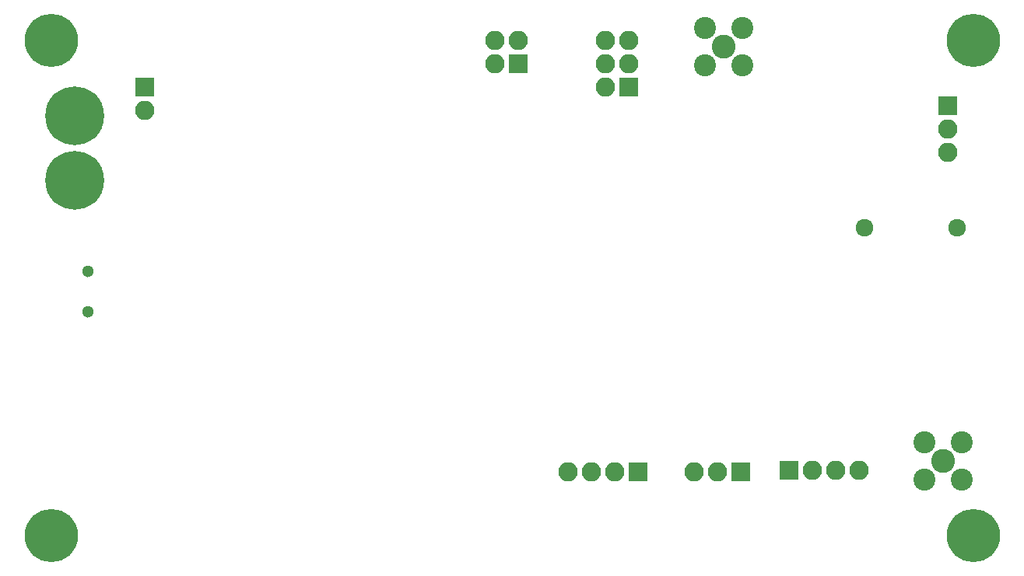
<source format=gbs>
G04 #@! TF.FileFunction,Soldermask,Bot*
%FSLAX46Y46*%
G04 Gerber Fmt 4.6, Leading zero omitted, Abs format (unit mm)*
G04 Created by KiCad (PCBNEW 4.0.7) date 01/06/19 01:03:10*
%MOMM*%
%LPD*%
G01*
G04 APERTURE LIST*
%ADD10C,0.100000*%
%ADD11C,1.300000*%
%ADD12C,6.400000*%
%ADD13R,2.100000X2.100000*%
%ADD14O,2.100000X2.100000*%
%ADD15C,2.600000*%
%ADD16C,2.400000*%
%ADD17C,1.924000*%
%ADD18C,5.800000*%
G04 APERTURE END LIST*
D10*
D11*
X66240000Y-77873500D03*
X66240000Y-82273500D03*
D12*
X64770000Y-60960000D03*
X64770000Y-67960000D03*
D13*
X159766000Y-59817000D03*
D14*
X159766000Y-62357000D03*
X159766000Y-64897000D03*
D13*
X126111000Y-99695000D03*
D14*
X123571000Y-99695000D03*
X121031000Y-99695000D03*
X118491000Y-99695000D03*
D13*
X72390000Y-57785000D03*
D14*
X72390000Y-60325000D03*
D13*
X142494000Y-99568000D03*
D14*
X145034000Y-99568000D03*
X147574000Y-99568000D03*
X150114000Y-99568000D03*
D13*
X125095000Y-57785000D03*
D14*
X122555000Y-57785000D03*
X125095000Y-55245000D03*
X122555000Y-55245000D03*
X125095000Y-52705000D03*
X122555000Y-52705000D03*
D13*
X113030000Y-55245000D03*
D14*
X110490000Y-55245000D03*
X113030000Y-52705000D03*
X110490000Y-52705000D03*
D13*
X137287000Y-99695000D03*
D14*
X134747000Y-99695000D03*
X132207000Y-99695000D03*
D15*
X135445500Y-53403500D03*
D16*
X137485500Y-55443500D03*
X133405500Y-55443500D03*
X137485500Y-51363500D03*
X133405500Y-51363500D03*
D15*
X159258000Y-98552000D03*
D16*
X161298000Y-100592000D03*
X157218000Y-100592000D03*
X161298000Y-96512000D03*
X157218000Y-96512000D03*
D17*
X160782000Y-73152000D03*
X150782000Y-73152000D03*
D18*
X62230000Y-106680000D03*
X62230000Y-52705000D03*
X162560000Y-106680000D03*
X162560000Y-52705000D03*
M02*

</source>
